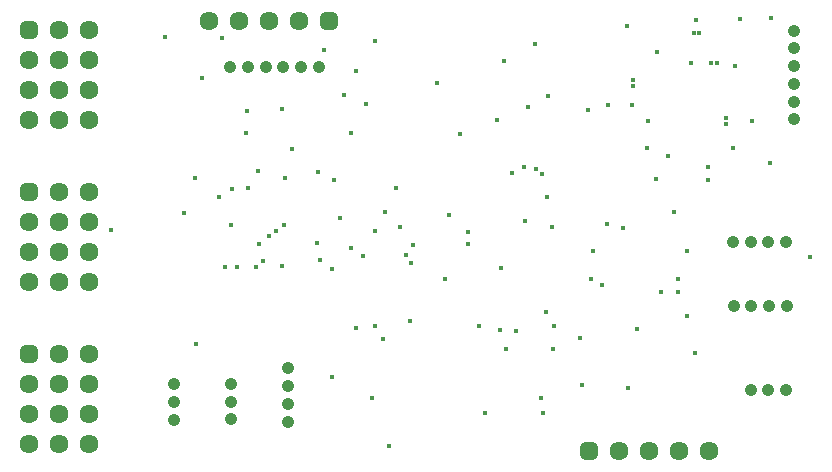
<source format=gbs>
G04 Generated by Ultiboard 14.1 *
%FSLAX25Y25*%
%MOIN*%

%ADD10C,0.00001*%
%ADD11C,0.01772*%
%ADD12C,0.04156*%
%ADD13C,0.06334*%
%ADD14R,0.02083X0.02083*%
%ADD15C,0.03917*%


G04 ColorRGB 9900CC for the following layer *
%LNSolder Mask Bottom*%
%LPD*%
G54D10*
G54D11*
X112800Y127100D03*
X143800Y130900D03*
X80100Y114300D03*
X115200Y114200D03*
X104800Y71800D03*
X135300Y71100D03*
X71300Y93000D03*
X180600Y92800D03*
X65400Y132600D03*
X73297Y69697D03*
X72000Y146000D03*
X90067Y81667D03*
X87900Y79800D03*
X119300Y73300D03*
X133400Y73500D03*
X92000Y70000D03*
X146600Y65700D03*
X85700Y71500D03*
X84600Y77300D03*
X135700Y77000D03*
X104300Y101200D03*
X168900Y101100D03*
X166800Y42200D03*
X134900Y51700D03*
X131600Y83000D03*
X220917Y106683D03*
X213900Y109200D03*
X123000Y50000D03*
X123000Y81600D03*
X151500Y114000D03*
X109400Y98600D03*
X234200Y98600D03*
X95500Y109000D03*
X242500Y109400D03*
X198800Y63600D03*
X224000Y61400D03*
X195700Y75000D03*
X227000Y53300D03*
X154100Y81400D03*
X154300Y77200D03*
X164700Y48500D03*
X176700Y102300D03*
X180300Y54500D03*
X178764Y100636D03*
X182900Y50100D03*
X75500Y95500D03*
X194300Y121800D03*
X80900Y95900D03*
X116900Y135100D03*
X84000Y101600D03*
X228400Y137500D03*
X83600Y69500D03*
X166100Y138400D03*
X108900Y68900D03*
X268000Y73000D03*
X180800Y126500D03*
X200700Y123600D03*
X208700Y123600D03*
X63500Y43800D03*
X195300Y65500D03*
X182600Y42300D03*
X157700Y49800D03*
X192200Y30300D03*
X179200Y20800D03*
X222700Y88000D03*
X227000Y75000D03*
X178400Y25800D03*
X229400Y147500D03*
X106200Y142100D03*
X92200Y122200D03*
X243200Y136700D03*
X176400Y143800D03*
X92818Y83582D03*
X75082Y83582D03*
X93100Y99200D03*
X63200Y99200D03*
X173200Y85000D03*
X224000Y65700D03*
X231300Y147500D03*
X205900Y82700D03*
X77200Y69500D03*
X111500Y86000D03*
X80400Y121700D03*
X59400Y87500D03*
X103700Y77700D03*
X120300Y124100D03*
X35000Y82000D03*
X115000Y75900D03*
X216700Y98800D03*
X244800Y152300D03*
X255100Y152500D03*
X235200Y137700D03*
X237000Y137700D03*
X230300Y151900D03*
X182000Y83000D03*
X163900Y118500D03*
X130200Y96000D03*
X147800Y86900D03*
X165100Y69200D03*
X172800Y103000D03*
X159700Y20900D03*
X126400Y88000D03*
X170000Y48300D03*
X200500Y84000D03*
X174100Y122800D03*
X234300Y103100D03*
X191500Y46100D03*
X123200Y145000D03*
X207400Y29300D03*
X229700Y41000D03*
X218600Y61400D03*
X210600Y48900D03*
X116700Y49400D03*
X108800Y33000D03*
X122100Y26000D03*
X125800Y45500D03*
X209300Y131900D03*
X209200Y129900D03*
X214300Y118400D03*
X240000Y119200D03*
X240000Y117300D03*
X248700Y118300D03*
X127814Y10000D03*
X207300Y149900D03*
X217300Y141400D03*
X254800Y104300D03*
X53000Y146200D03*
G54D12*
X248394Y28718D03*
X254300Y28718D03*
X260206Y28718D03*
X56282Y18694D03*
X56282Y24600D03*
X56282Y30506D03*
X75082Y18794D03*
X75082Y24700D03*
X75082Y30606D03*
X260406Y56482D03*
X254500Y56482D03*
X248594Y56482D03*
X242689Y56482D03*
X74894Y136118D03*
X80800Y136118D03*
X86706Y136118D03*
X92611Y136118D03*
X98517Y136118D03*
X104422Y136118D03*
X260206Y77882D03*
X254300Y77882D03*
X248394Y77882D03*
X242489Y77882D03*
X94118Y18089D03*
X94118Y23994D03*
X94118Y29900D03*
X94118Y35806D03*
X262918Y148406D03*
X262918Y142500D03*
X262918Y136594D03*
X262918Y130689D03*
X262918Y124783D03*
X262918Y118878D03*
G54D13*
X17917Y20700D03*
X17917Y40700D03*
X17917Y30700D03*
X17917Y10700D03*
X7917Y20700D03*
X7917Y30700D03*
X7917Y10700D03*
X27917Y40700D03*
X27917Y30700D03*
X27917Y20700D03*
X27917Y10700D03*
X17917Y74644D03*
X17917Y94644D03*
X17917Y84644D03*
X17917Y64644D03*
X7917Y74644D03*
X7917Y84644D03*
X7917Y64644D03*
X27917Y94644D03*
X27917Y84644D03*
X27917Y74644D03*
X27917Y64644D03*
X17917Y128588D03*
X17917Y148588D03*
X17917Y138588D03*
X17917Y118588D03*
X7917Y128588D03*
X7917Y138588D03*
X7917Y118588D03*
X27917Y148588D03*
X27917Y138588D03*
X27917Y128588D03*
X27917Y118588D03*
X204400Y8200D03*
X214400Y8200D03*
X234400Y8200D03*
X224400Y8200D03*
X97900Y151700D03*
X87900Y151700D03*
X67900Y151700D03*
X77900Y151700D03*
G54D14*
X7917Y40700D03*
X7917Y94644D03*
X7917Y148588D03*
X194400Y8200D03*
X107900Y151700D03*
G54D15*
X6876Y39659D02*
X8958Y39659D01*
X8958Y41741D01*
X6876Y41741D01*
X6876Y39659D01*D02*
X6876Y93603D02*
X8958Y93603D01*
X8958Y95685D01*
X6876Y95685D01*
X6876Y93603D01*D02*
X6876Y147547D02*
X8958Y147547D01*
X8958Y149629D01*
X6876Y149629D01*
X6876Y147547D01*D02*
X193359Y7159D02*
X195441Y7159D01*
X195441Y9241D01*
X193359Y9241D01*
X193359Y7159D01*D02*
X106859Y150659D02*
X108941Y150659D01*
X108941Y152741D01*
X106859Y152741D01*
X106859Y150659D01*D02*

M02*

</source>
